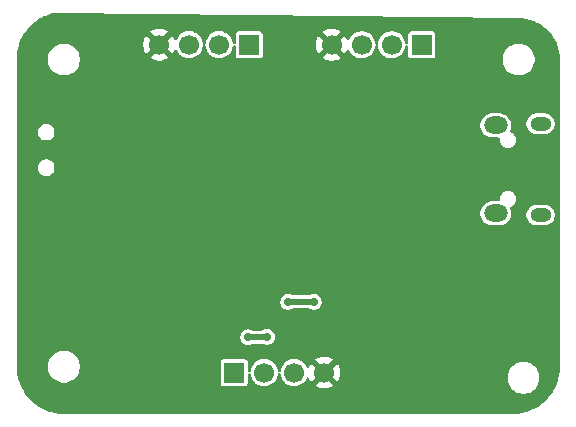
<source format=gbr>
%TF.GenerationSoftware,KiCad,Pcbnew,9.0.1*%
%TF.CreationDate,2025-04-26T12:53:08+02:00*%
%TF.ProjectId,stm32_board,73746d33-325f-4626-9f61-72642e6b6963,rev?*%
%TF.SameCoordinates,Original*%
%TF.FileFunction,Copper,L2,Bot*%
%TF.FilePolarity,Positive*%
%FSLAX46Y46*%
G04 Gerber Fmt 4.6, Leading zero omitted, Abs format (unit mm)*
G04 Created by KiCad (PCBNEW 9.0.1) date 2025-04-26 12:53:08*
%MOMM*%
%LPD*%
G01*
G04 APERTURE LIST*
%TA.AperFunction,HeatsinkPad*%
%ADD10O,1.800000X1.150000*%
%TD*%
%TA.AperFunction,HeatsinkPad*%
%ADD11O,2.000000X1.450000*%
%TD*%
%TA.AperFunction,ComponentPad*%
%ADD12R,1.700000X1.700000*%
%TD*%
%TA.AperFunction,ComponentPad*%
%ADD13C,1.700000*%
%TD*%
%TA.AperFunction,ViaPad*%
%ADD14C,0.750000*%
%TD*%
%TA.AperFunction,ViaPad*%
%ADD15C,0.710000*%
%TD*%
%TA.AperFunction,ViaPad*%
%ADD16C,0.720000*%
%TD*%
%TA.AperFunction,ViaPad*%
%ADD17C,0.730000*%
%TD*%
%TA.AperFunction,Conductor*%
%ADD18C,0.500000*%
%TD*%
G04 APERTURE END LIST*
D10*
%TO.P,USB,6,Shield*%
%TO.N,unconnected-(J1-Shield-Pad6)_2*%
X140850000Y-64675000D03*
D11*
%TO.N,unconnected-(J1-Shield-Pad6)_1*%
X137050000Y-64525000D03*
%TO.N,unconnected-(J1-Shield-Pad6)_3*%
X137050000Y-57075000D03*
D10*
%TO.N,unconnected-(J1-Shield-Pad6)*%
X140850000Y-56925000D03*
%TD*%
D12*
%TO.P,UART,1,Pin_1*%
%TO.N,+3.3V*%
X116190000Y-50240000D03*
D13*
%TO.P,UART,2,Pin_2*%
%TO.N,/USART1_TX*%
X113650000Y-50240000D03*
%TO.P,UART,3,Pin_3*%
%TO.N,/USART1_RX*%
X111110000Y-50240000D03*
%TO.P,UART,4,Pin_4*%
%TO.N,GND*%
X108570000Y-50240000D03*
%TD*%
D12*
%TO.P,I2C,1,Pin_1*%
%TO.N,+3.3V*%
X114920000Y-78000000D03*
D13*
%TO.P,I2C,2,Pin_2*%
%TO.N,/I2C2_SCL*%
X117460000Y-78000000D03*
%TO.P,I2C,3,Pin_3*%
%TO.N,/I2C2_SDA*%
X120000000Y-78000000D03*
%TO.P,I2C,4,Pin_4*%
%TO.N,GND*%
X122540000Y-78000000D03*
%TD*%
D12*
%TO.P,SWD,1,Pin_1*%
%TO.N,+3.3V*%
X130790000Y-50250000D03*
D13*
%TO.P,SWD,2,Pin_2*%
%TO.N,/SWDIO*%
X128250000Y-50250000D03*
%TO.P,SWD,3,Pin_3*%
%TO.N,/SWCLK*%
X125710000Y-50250000D03*
%TO.P,SWD,4,Pin_4*%
%TO.N,GND*%
X123170000Y-50250000D03*
%TD*%
D14*
%TO.N,GND*%
X101360000Y-56040000D03*
D15*
X117540000Y-69010000D03*
D14*
X133760000Y-70430000D03*
X110330000Y-62030000D03*
X141000000Y-68480000D03*
X132240000Y-65020000D03*
X121010000Y-64930000D03*
X109480000Y-58220000D03*
X116500000Y-59250000D03*
X115920000Y-63360000D03*
D16*
X111530000Y-66940000D03*
D14*
X132200000Y-66380000D03*
X125830000Y-59970000D03*
X108580000Y-52430000D03*
X112490000Y-57550000D03*
X132880000Y-70430000D03*
D15*
X105740000Y-63790000D03*
D14*
X135170000Y-58960000D03*
D16*
X111560000Y-70980000D03*
D14*
X123180000Y-52310000D03*
X138410000Y-71050000D03*
D17*
%TO.N,+3.3V*%
X116100000Y-75010000D03*
D15*
X121660000Y-72010000D03*
D17*
X117690000Y-74980000D03*
D15*
X119480000Y-72020000D03*
%TD*%
D18*
%TO.N,+3.3V*%
X117690000Y-74980000D02*
X117660000Y-75010000D01*
X117660000Y-75010000D02*
X116100000Y-75010000D01*
X119490000Y-72010000D02*
X119480000Y-72020000D01*
X121660000Y-72010000D02*
X119490000Y-72010000D01*
%TD*%
%TA.AperFunction,Conductor*%
%TO.N,GND*%
G36*
X116161766Y-47713713D02*
G01*
X116162255Y-47713719D01*
X116162255Y-47713765D01*
X116162453Y-47713722D01*
X138949677Y-47999868D01*
X138998591Y-48000511D01*
X138998692Y-48000542D01*
X139003045Y-48000648D01*
X139306869Y-48015575D01*
X139313634Y-48016096D01*
X139382866Y-48023373D01*
X139387968Y-48024019D01*
X139653508Y-48063409D01*
X139661000Y-48064760D01*
X139723686Y-48078084D01*
X139727890Y-48079056D01*
X139994442Y-48145824D01*
X140002604Y-48148170D01*
X140053306Y-48164644D01*
X140056660Y-48165788D01*
X140326065Y-48262184D01*
X140334686Y-48265639D01*
X140365509Y-48279362D01*
X140368053Y-48280530D01*
X140644156Y-48411117D01*
X140654876Y-48416847D01*
X140783431Y-48493900D01*
X140938988Y-48587137D01*
X140949106Y-48593897D01*
X141215170Y-48791224D01*
X141224576Y-48798944D01*
X141470013Y-49021395D01*
X141478604Y-49029986D01*
X141618001Y-49183787D01*
X141701055Y-49275423D01*
X141708775Y-49284829D01*
X141906102Y-49550893D01*
X141912862Y-49561011D01*
X142083144Y-49845110D01*
X142088881Y-49855842D01*
X142219468Y-50131945D01*
X142220652Y-50134525D01*
X142234349Y-50165288D01*
X142237821Y-50173950D01*
X142334185Y-50443267D01*
X142335365Y-50446725D01*
X142351827Y-50497391D01*
X142354180Y-50505578D01*
X142420926Y-50772042D01*
X142421932Y-50776391D01*
X142435229Y-50838948D01*
X142436597Y-50846535D01*
X142475970Y-51111968D01*
X142476633Y-51117201D01*
X142483896Y-51186305D01*
X142484426Y-51193181D01*
X142499351Y-51496967D01*
X142499500Y-51503052D01*
X142499500Y-77497127D01*
X142499368Y-77502854D01*
X142484224Y-77830385D01*
X142483759Y-77836812D01*
X142476385Y-77911680D01*
X142475793Y-77916657D01*
X142435826Y-78203175D01*
X142434633Y-78210234D01*
X142420963Y-78278960D01*
X142420051Y-78283160D01*
X142352446Y-78570599D01*
X142350401Y-78578204D01*
X142332929Y-78635802D01*
X142331840Y-78639213D01*
X142234653Y-78929180D01*
X142231641Y-78937229D01*
X142215237Y-78976830D01*
X142214111Y-78979461D01*
X142083392Y-79275511D01*
X142079320Y-79283870D01*
X142073909Y-79293995D01*
X142072876Y-79295889D01*
X141903234Y-79600452D01*
X141897205Y-79610190D01*
X141694906Y-79905512D01*
X141688003Y-79914652D01*
X141459328Y-80190035D01*
X141451612Y-80198499D01*
X141198499Y-80451612D01*
X141190035Y-80459328D01*
X140914652Y-80688003D01*
X140905512Y-80694906D01*
X140610190Y-80897205D01*
X140600452Y-80903234D01*
X140295889Y-81072876D01*
X140293995Y-81073909D01*
X140283870Y-81079320D01*
X140275511Y-81083392D01*
X139979461Y-81214111D01*
X139976830Y-81215237D01*
X139937229Y-81231641D01*
X139929180Y-81234653D01*
X139639213Y-81331840D01*
X139635802Y-81332929D01*
X139578204Y-81350401D01*
X139570599Y-81352446D01*
X139283160Y-81420051D01*
X139278960Y-81420963D01*
X139210234Y-81434633D01*
X139203175Y-81435826D01*
X138916657Y-81475793D01*
X138911680Y-81476385D01*
X138836812Y-81483759D01*
X138830385Y-81484224D01*
X138502855Y-81499368D01*
X138497128Y-81499500D01*
X100502872Y-81499500D01*
X100497145Y-81499368D01*
X100169613Y-81484224D01*
X100163186Y-81483759D01*
X100088318Y-81476385D01*
X100083341Y-81475793D01*
X99796823Y-81435826D01*
X99789764Y-81434633D01*
X99721038Y-81420963D01*
X99716838Y-81420051D01*
X99429399Y-81352446D01*
X99421794Y-81350401D01*
X99364196Y-81332929D01*
X99360785Y-81331840D01*
X99070818Y-81234653D01*
X99062779Y-81231644D01*
X99043269Y-81223563D01*
X99023168Y-81215237D01*
X99020537Y-81214111D01*
X98724487Y-81083392D01*
X98716128Y-81079320D01*
X98706003Y-81073909D01*
X98704165Y-81072907D01*
X98399546Y-80903234D01*
X98389809Y-80897205D01*
X98094487Y-80694906D01*
X98085347Y-80688003D01*
X97809964Y-80459328D01*
X97801500Y-80451612D01*
X97548387Y-80198499D01*
X97540671Y-80190035D01*
X97311996Y-79914652D01*
X97305093Y-79905512D01*
X97226308Y-79790500D01*
X97102794Y-79610190D01*
X97096765Y-79600453D01*
X96927049Y-79295757D01*
X96926089Y-79293995D01*
X96920678Y-79283870D01*
X96916606Y-79275511D01*
X96848900Y-79122171D01*
X96785871Y-78979425D01*
X96784784Y-78976884D01*
X96768342Y-78937189D01*
X96765358Y-78929215D01*
X96668132Y-78639134D01*
X96667094Y-78635880D01*
X96649589Y-78578174D01*
X96647560Y-78570629D01*
X96579932Y-78283093D01*
X96579049Y-78279026D01*
X96565360Y-78210207D01*
X96564176Y-78203199D01*
X96524204Y-77916651D01*
X96523613Y-77911680D01*
X96516237Y-77836794D01*
X96515774Y-77830385D01*
X96515120Y-77816243D01*
X96500632Y-77502854D01*
X96500500Y-77497128D01*
X96500500Y-77393713D01*
X99149500Y-77393713D01*
X99149500Y-77606286D01*
X99169187Y-77730589D01*
X99182754Y-77816243D01*
X99242460Y-77999999D01*
X99248444Y-78018414D01*
X99344951Y-78207820D01*
X99469890Y-78379786D01*
X99620213Y-78530109D01*
X99792179Y-78655048D01*
X99792181Y-78655049D01*
X99792184Y-78655051D01*
X99981588Y-78751557D01*
X100183757Y-78817246D01*
X100393713Y-78850500D01*
X100393714Y-78850500D01*
X100606286Y-78850500D01*
X100606287Y-78850500D01*
X100816243Y-78817246D01*
X101018412Y-78751557D01*
X101207816Y-78655051D01*
X101279467Y-78602994D01*
X101379786Y-78530109D01*
X101379788Y-78530106D01*
X101379792Y-78530104D01*
X101530104Y-78379792D01*
X101530106Y-78379788D01*
X101530109Y-78379786D01*
X101655048Y-78207820D01*
X101655047Y-78207820D01*
X101655051Y-78207816D01*
X101751557Y-78018412D01*
X101817246Y-77816243D01*
X101850500Y-77606287D01*
X101850500Y-77393713D01*
X101817246Y-77183757D01*
X101791699Y-77105131D01*
X113769500Y-77105131D01*
X113769500Y-78894856D01*
X113769502Y-78894882D01*
X113772413Y-78919987D01*
X113772415Y-78919991D01*
X113817793Y-79022764D01*
X113817794Y-79022765D01*
X113897235Y-79102206D01*
X114000009Y-79147585D01*
X114025135Y-79150500D01*
X115814864Y-79150499D01*
X115814879Y-79150497D01*
X115814882Y-79150497D01*
X115839987Y-79147586D01*
X115839988Y-79147585D01*
X115839991Y-79147585D01*
X115942765Y-79102206D01*
X116022206Y-79022765D01*
X116067585Y-78919991D01*
X116070500Y-78894865D01*
X116070499Y-78157125D01*
X116090183Y-78090089D01*
X116142987Y-78044334D01*
X116212146Y-78034390D01*
X116275702Y-78063415D01*
X116313476Y-78122193D01*
X116316972Y-78137729D01*
X116337829Y-78269410D01*
X116393787Y-78441636D01*
X116393788Y-78441639D01*
X116438864Y-78530104D01*
X116463357Y-78578174D01*
X116476006Y-78602997D01*
X116582441Y-78749494D01*
X116582445Y-78749499D01*
X116710500Y-78877554D01*
X116710505Y-78877558D01*
X116792581Y-78937189D01*
X116857006Y-78983996D01*
X116933094Y-79022765D01*
X117018360Y-79066211D01*
X117018363Y-79066212D01*
X117104476Y-79094191D01*
X117190591Y-79122171D01*
X117273429Y-79135291D01*
X117369449Y-79150500D01*
X117369454Y-79150500D01*
X117550551Y-79150500D01*
X117637259Y-79136765D01*
X117729409Y-79122171D01*
X117901639Y-79066211D01*
X118062994Y-78983996D01*
X118209501Y-78877553D01*
X118337553Y-78749501D01*
X118443996Y-78602994D01*
X118526211Y-78441639D01*
X118582171Y-78269409D01*
X118596422Y-78179425D01*
X118607527Y-78109321D01*
X118637456Y-78046186D01*
X118696768Y-78009255D01*
X118766630Y-78010253D01*
X118824863Y-78048863D01*
X118852473Y-78109321D01*
X118877829Y-78269410D01*
X118933787Y-78441636D01*
X118933788Y-78441639D01*
X118978864Y-78530104D01*
X119003357Y-78578174D01*
X119016006Y-78602997D01*
X119122441Y-78749494D01*
X119122445Y-78749499D01*
X119250500Y-78877554D01*
X119250505Y-78877558D01*
X119332581Y-78937189D01*
X119397006Y-78983996D01*
X119473094Y-79022765D01*
X119558360Y-79066211D01*
X119558363Y-79066212D01*
X119644476Y-79094191D01*
X119730591Y-79122171D01*
X119813429Y-79135291D01*
X119909449Y-79150500D01*
X119909454Y-79150500D01*
X120090551Y-79150500D01*
X120177259Y-79136765D01*
X120269409Y-79122171D01*
X120441639Y-79066211D01*
X120602994Y-78983996D01*
X120725669Y-78894868D01*
X120749495Y-78877558D01*
X120749497Y-78877555D01*
X120749501Y-78877553D01*
X120877553Y-78749501D01*
X120983996Y-78602994D01*
X121051090Y-78471314D01*
X121099065Y-78420519D01*
X121166886Y-78403724D01*
X121233021Y-78426262D01*
X121276472Y-78480977D01*
X121279506Y-78489292D01*
X121288904Y-78518217D01*
X121385375Y-78707550D01*
X121424728Y-78761716D01*
X122057037Y-78129408D01*
X122074075Y-78192993D01*
X122139901Y-78307007D01*
X122232993Y-78400099D01*
X122347007Y-78465925D01*
X122410590Y-78482962D01*
X121778282Y-79115269D01*
X121778282Y-79115270D01*
X121832449Y-79154624D01*
X122021782Y-79251095D01*
X122223870Y-79316757D01*
X122433754Y-79350000D01*
X122646246Y-79350000D01*
X122856127Y-79316757D01*
X122856130Y-79316757D01*
X123058217Y-79251095D01*
X123247554Y-79154622D01*
X123301716Y-79115270D01*
X123301717Y-79115270D01*
X122669408Y-78482962D01*
X122732993Y-78465925D01*
X122847007Y-78400099D01*
X122940099Y-78307007D01*
X123005925Y-78192993D01*
X123022962Y-78129409D01*
X123655270Y-78761717D01*
X123655270Y-78761716D01*
X123694622Y-78707554D01*
X123791095Y-78518217D01*
X123851043Y-78333713D01*
X138059500Y-78333713D01*
X138059500Y-78546287D01*
X138064555Y-78578204D01*
X138092011Y-78751557D01*
X138092754Y-78756243D01*
X138151560Y-78937229D01*
X138158444Y-78958414D01*
X138254951Y-79147820D01*
X138379890Y-79319786D01*
X138530213Y-79470109D01*
X138702179Y-79595048D01*
X138702181Y-79595049D01*
X138702184Y-79595051D01*
X138891588Y-79691557D01*
X139093757Y-79757246D01*
X139303713Y-79790500D01*
X139303714Y-79790500D01*
X139516286Y-79790500D01*
X139516287Y-79790500D01*
X139726243Y-79757246D01*
X139928412Y-79691557D01*
X140117816Y-79595051D01*
X140139789Y-79579086D01*
X140289786Y-79470109D01*
X140289788Y-79470106D01*
X140289792Y-79470104D01*
X140440104Y-79319792D01*
X140440106Y-79319788D01*
X140440109Y-79319786D01*
X140565048Y-79147820D01*
X140565047Y-79147820D01*
X140565051Y-79147816D01*
X140661557Y-78958412D01*
X140727246Y-78756243D01*
X140760500Y-78546287D01*
X140760500Y-78333713D01*
X140727246Y-78123757D01*
X140661557Y-77921588D01*
X140565051Y-77732184D01*
X140565049Y-77732181D01*
X140565048Y-77732179D01*
X140440109Y-77560213D01*
X140289786Y-77409890D01*
X140117820Y-77284951D01*
X139928414Y-77188444D01*
X139928413Y-77188443D01*
X139928412Y-77188443D01*
X139726243Y-77122754D01*
X139726241Y-77122753D01*
X139726240Y-77122753D01*
X139564957Y-77097208D01*
X139516287Y-77089500D01*
X139303713Y-77089500D01*
X139255042Y-77097208D01*
X139093760Y-77122753D01*
X138891585Y-77188444D01*
X138702179Y-77284951D01*
X138530213Y-77409890D01*
X138379890Y-77560213D01*
X138254951Y-77732179D01*
X138158444Y-77921585D01*
X138092753Y-78123760D01*
X138067507Y-78283160D01*
X138059500Y-78333713D01*
X123851043Y-78333713D01*
X123856756Y-78316131D01*
X123857817Y-78309439D01*
X123857817Y-78309436D01*
X123890000Y-78106246D01*
X123890000Y-77893753D01*
X123856757Y-77683872D01*
X123856757Y-77683869D01*
X123791095Y-77481782D01*
X123694624Y-77292449D01*
X123655270Y-77238282D01*
X123655269Y-77238282D01*
X123022962Y-77870590D01*
X123005925Y-77807007D01*
X122940099Y-77692993D01*
X122847007Y-77599901D01*
X122732993Y-77534075D01*
X122669409Y-77517037D01*
X123301716Y-76884728D01*
X123247550Y-76845375D01*
X123058217Y-76748904D01*
X122856129Y-76683242D01*
X122646246Y-76650000D01*
X122433754Y-76650000D01*
X122223872Y-76683242D01*
X122223869Y-76683242D01*
X122021782Y-76748904D01*
X121832439Y-76845380D01*
X121778282Y-76884727D01*
X121778282Y-76884728D01*
X122410591Y-77517037D01*
X122347007Y-77534075D01*
X122232993Y-77599901D01*
X122139901Y-77692993D01*
X122074075Y-77807007D01*
X122057037Y-77870591D01*
X121424728Y-77238282D01*
X121424727Y-77238282D01*
X121385380Y-77292439D01*
X121288905Y-77481781D01*
X121279506Y-77510708D01*
X121240068Y-77568383D01*
X121175709Y-77595581D01*
X121106862Y-77583666D01*
X121055387Y-77536421D01*
X121051090Y-77528684D01*
X121027191Y-77481781D01*
X120983996Y-77397006D01*
X120970396Y-77378287D01*
X120877558Y-77250505D01*
X120877554Y-77250500D01*
X120749499Y-77122445D01*
X120749494Y-77122441D01*
X120625432Y-77032305D01*
X120602996Y-77016005D01*
X120441639Y-76933788D01*
X120441636Y-76933787D01*
X120269410Y-76877829D01*
X120090551Y-76849500D01*
X120090546Y-76849500D01*
X119909454Y-76849500D01*
X119909449Y-76849500D01*
X119730589Y-76877829D01*
X119558363Y-76933787D01*
X119558360Y-76933788D01*
X119397002Y-77016006D01*
X119250505Y-77122441D01*
X119250500Y-77122445D01*
X119122445Y-77250500D01*
X119122441Y-77250505D01*
X119016006Y-77397002D01*
X118933788Y-77558360D01*
X118933787Y-77558363D01*
X118877829Y-77730589D01*
X118852473Y-77890678D01*
X118822544Y-77953813D01*
X118763232Y-77990744D01*
X118693369Y-77989746D01*
X118635137Y-77951136D01*
X118607527Y-77890678D01*
X118582423Y-77732184D01*
X118582171Y-77730591D01*
X118539708Y-77599901D01*
X118526212Y-77558363D01*
X118526211Y-77558360D01*
X118495011Y-77497128D01*
X118443996Y-77397006D01*
X118430396Y-77378287D01*
X118337558Y-77250505D01*
X118337554Y-77250500D01*
X118209499Y-77122445D01*
X118209494Y-77122441D01*
X118062997Y-77016006D01*
X118062996Y-77016005D01*
X118062994Y-77016004D01*
X118011300Y-76989664D01*
X117901639Y-76933788D01*
X117901636Y-76933787D01*
X117729410Y-76877829D01*
X117550551Y-76849500D01*
X117550546Y-76849500D01*
X117369454Y-76849500D01*
X117369449Y-76849500D01*
X117190589Y-76877829D01*
X117018363Y-76933787D01*
X117018360Y-76933788D01*
X116857002Y-77016006D01*
X116710505Y-77122441D01*
X116710500Y-77122445D01*
X116582445Y-77250500D01*
X116582441Y-77250505D01*
X116476006Y-77397002D01*
X116393788Y-77558360D01*
X116393787Y-77558363D01*
X116337829Y-77730589D01*
X116316972Y-77862271D01*
X116287042Y-77925405D01*
X116227731Y-77962336D01*
X116157868Y-77961338D01*
X116099636Y-77922728D01*
X116071522Y-77858764D01*
X116070499Y-77842872D01*
X116070499Y-77105143D01*
X116070499Y-77105136D01*
X116068686Y-77089500D01*
X116067586Y-77080012D01*
X116067585Y-77080010D01*
X116067585Y-77080009D01*
X116022206Y-76977235D01*
X115942765Y-76897794D01*
X115942763Y-76897793D01*
X115839992Y-76852415D01*
X115814865Y-76849500D01*
X114025143Y-76849500D01*
X114025117Y-76849502D01*
X114000012Y-76852413D01*
X114000008Y-76852415D01*
X113897235Y-76897793D01*
X113817794Y-76977234D01*
X113772415Y-77080006D01*
X113772415Y-77080008D01*
X113769500Y-77105131D01*
X101791699Y-77105131D01*
X101751557Y-76981588D01*
X101655051Y-76792184D01*
X101655049Y-76792181D01*
X101655048Y-76792179D01*
X101530109Y-76620213D01*
X101379786Y-76469890D01*
X101207820Y-76344951D01*
X101018414Y-76248444D01*
X101018413Y-76248443D01*
X101018412Y-76248443D01*
X100816243Y-76182754D01*
X100816241Y-76182753D01*
X100816240Y-76182753D01*
X100654957Y-76157208D01*
X100606287Y-76149500D01*
X100393713Y-76149500D01*
X100345042Y-76157208D01*
X100183760Y-76182753D01*
X99981585Y-76248444D01*
X99792179Y-76344951D01*
X99620213Y-76469890D01*
X99469890Y-76620213D01*
X99344951Y-76792179D01*
X99248444Y-76981585D01*
X99182753Y-77183760D01*
X99149500Y-77393713D01*
X96500500Y-77393713D01*
X96500500Y-75075548D01*
X115434499Y-75075548D01*
X115460073Y-75204113D01*
X115460075Y-75204119D01*
X115510242Y-75325233D01*
X115583070Y-75434229D01*
X115583076Y-75434236D01*
X115675763Y-75526923D01*
X115675770Y-75526929D01*
X115784766Y-75599757D01*
X115784767Y-75599757D01*
X115784768Y-75599758D01*
X115905881Y-75649925D01*
X115905885Y-75649925D01*
X115905886Y-75649926D01*
X116034451Y-75675500D01*
X116034454Y-75675500D01*
X116165548Y-75675500D01*
X116252044Y-75658294D01*
X116294119Y-75649925D01*
X116415232Y-75599758D01*
X116442710Y-75581397D01*
X116509387Y-75560520D01*
X116511601Y-75560500D01*
X117327752Y-75560500D01*
X117375204Y-75569938D01*
X117495881Y-75619925D01*
X117495885Y-75619925D01*
X117495886Y-75619926D01*
X117624451Y-75645500D01*
X117624454Y-75645500D01*
X117755548Y-75645500D01*
X117842044Y-75628294D01*
X117884119Y-75619925D01*
X118005232Y-75569758D01*
X118114231Y-75496928D01*
X118206928Y-75404231D01*
X118279758Y-75295232D01*
X118329925Y-75174119D01*
X118355500Y-75045546D01*
X118355500Y-74914454D01*
X118355500Y-74914451D01*
X118329926Y-74785886D01*
X118329925Y-74785885D01*
X118329925Y-74785881D01*
X118279758Y-74664768D01*
X118206928Y-74555769D01*
X118206923Y-74555763D01*
X118114236Y-74463076D01*
X118114229Y-74463070D01*
X118005233Y-74390242D01*
X117884119Y-74340075D01*
X117884113Y-74340073D01*
X117755548Y-74314500D01*
X117755546Y-74314500D01*
X117624454Y-74314500D01*
X117624452Y-74314500D01*
X117495886Y-74340073D01*
X117495880Y-74340075D01*
X117374769Y-74390241D01*
X117302390Y-74438603D01*
X117235712Y-74459480D01*
X117233500Y-74459500D01*
X116511601Y-74459500D01*
X116444562Y-74439815D01*
X116442711Y-74438603D01*
X116415232Y-74420242D01*
X116415229Y-74420240D01*
X116294119Y-74370075D01*
X116294113Y-74370073D01*
X116165548Y-74344500D01*
X116165546Y-74344500D01*
X116034454Y-74344500D01*
X116034452Y-74344500D01*
X115905886Y-74370073D01*
X115905880Y-74370075D01*
X115784766Y-74420242D01*
X115675770Y-74493070D01*
X115675763Y-74493076D01*
X115583076Y-74585763D01*
X115583070Y-74585770D01*
X115510242Y-74694766D01*
X115460075Y-74815880D01*
X115460073Y-74815886D01*
X115434500Y-74944451D01*
X115434500Y-74944454D01*
X115434500Y-75075546D01*
X115434500Y-75075548D01*
X115434499Y-75075548D01*
X96500500Y-75075548D01*
X96500500Y-71955434D01*
X118824500Y-71955434D01*
X118824500Y-72084565D01*
X118849687Y-72211194D01*
X118849690Y-72211203D01*
X118899100Y-72330491D01*
X118899101Y-72330493D01*
X118970839Y-72437856D01*
X118970842Y-72437860D01*
X119062139Y-72529157D01*
X119062143Y-72529160D01*
X119169504Y-72600897D01*
X119169505Y-72600897D01*
X119169506Y-72600898D01*
X119169508Y-72600899D01*
X119249033Y-72633839D01*
X119288798Y-72650310D01*
X119288800Y-72650310D01*
X119288805Y-72650312D01*
X119415434Y-72675499D01*
X119415438Y-72675500D01*
X119415439Y-72675500D01*
X119544562Y-72675500D01*
X119544563Y-72675499D01*
X119586774Y-72667103D01*
X119671194Y-72650312D01*
X119671197Y-72650310D01*
X119671202Y-72650310D01*
X119790496Y-72600897D01*
X119805459Y-72590899D01*
X119819679Y-72581398D01*
X119886356Y-72560520D01*
X119888570Y-72560500D01*
X121266397Y-72560500D01*
X121333436Y-72580185D01*
X121335254Y-72581375D01*
X121349504Y-72590897D01*
X121349509Y-72590899D01*
X121349508Y-72590899D01*
X121373653Y-72600900D01*
X121468798Y-72640310D01*
X121468800Y-72640310D01*
X121468805Y-72640312D01*
X121595434Y-72665499D01*
X121595438Y-72665500D01*
X121595439Y-72665500D01*
X121724562Y-72665500D01*
X121724563Y-72665499D01*
X121800918Y-72650312D01*
X121851194Y-72640312D01*
X121851197Y-72640310D01*
X121851202Y-72640310D01*
X121970496Y-72590897D01*
X122077857Y-72519160D01*
X122169160Y-72427857D01*
X122240897Y-72320496D01*
X122290310Y-72201202D01*
X122315500Y-72074561D01*
X122315500Y-71945439D01*
X122315274Y-71944307D01*
X122290312Y-71818805D01*
X122290309Y-71818796D01*
X122240899Y-71699508D01*
X122240898Y-71699506D01*
X122169160Y-71592143D01*
X122169157Y-71592139D01*
X122077860Y-71500842D01*
X122077856Y-71500839D01*
X121970493Y-71429101D01*
X121970491Y-71429100D01*
X121851203Y-71379690D01*
X121851194Y-71379687D01*
X121724565Y-71354500D01*
X121724561Y-71354500D01*
X121595439Y-71354500D01*
X121595434Y-71354500D01*
X121468805Y-71379687D01*
X121468796Y-71379690D01*
X121349508Y-71429100D01*
X121349504Y-71429103D01*
X121335285Y-71438603D01*
X121268610Y-71459480D01*
X121266397Y-71459500D01*
X119858637Y-71459500D01*
X119796280Y-71441190D01*
X119795863Y-71441972D01*
X119792108Y-71439964D01*
X119791598Y-71439815D01*
X119790576Y-71439145D01*
X119790491Y-71439100D01*
X119671203Y-71389690D01*
X119671194Y-71389687D01*
X119544565Y-71364500D01*
X119544561Y-71364500D01*
X119415439Y-71364500D01*
X119415434Y-71364500D01*
X119288805Y-71389687D01*
X119288796Y-71389690D01*
X119169508Y-71439100D01*
X119169506Y-71439101D01*
X119062143Y-71510839D01*
X119062139Y-71510842D01*
X118970842Y-71602139D01*
X118970839Y-71602143D01*
X118899101Y-71709506D01*
X118899100Y-71709508D01*
X118849690Y-71828796D01*
X118849687Y-71828805D01*
X118824500Y-71955434D01*
X96500500Y-71955434D01*
X96500500Y-64423992D01*
X135749500Y-64423992D01*
X135749500Y-64626007D01*
X135788907Y-64824119D01*
X135788909Y-64824127D01*
X135866212Y-65010752D01*
X135866217Y-65010762D01*
X135978441Y-65178718D01*
X136121281Y-65321558D01*
X136289237Y-65433782D01*
X136289241Y-65433784D01*
X136289244Y-65433786D01*
X136475873Y-65511091D01*
X136673992Y-65550499D01*
X136673996Y-65550500D01*
X136673997Y-65550500D01*
X137426004Y-65550500D01*
X137426005Y-65550499D01*
X137624127Y-65511091D01*
X137810756Y-65433786D01*
X137978718Y-65321558D01*
X138121558Y-65178718D01*
X138233786Y-65010756D01*
X138311091Y-64824127D01*
X138350500Y-64626003D01*
X138350500Y-64588766D01*
X139649500Y-64588766D01*
X139649500Y-64761233D01*
X139683143Y-64930366D01*
X139683146Y-64930378D01*
X139749138Y-65089698D01*
X139749145Y-65089711D01*
X139844954Y-65233098D01*
X139844957Y-65233102D01*
X139966897Y-65355042D01*
X139966901Y-65355045D01*
X140110288Y-65450854D01*
X140110301Y-65450861D01*
X140255708Y-65511090D01*
X140269626Y-65516855D01*
X140438766Y-65550499D01*
X140438769Y-65550500D01*
X140438771Y-65550500D01*
X141261231Y-65550500D01*
X141261232Y-65550499D01*
X141430374Y-65516855D01*
X141589705Y-65450858D01*
X141733099Y-65355045D01*
X141855045Y-65233099D01*
X141950858Y-65089705D01*
X142016855Y-64930374D01*
X142050500Y-64761229D01*
X142050500Y-64588771D01*
X142050500Y-64588768D01*
X142050499Y-64588766D01*
X142016856Y-64419633D01*
X142016855Y-64419626D01*
X142016853Y-64419621D01*
X141950861Y-64260301D01*
X141950854Y-64260288D01*
X141855045Y-64116901D01*
X141855042Y-64116897D01*
X141733102Y-63994957D01*
X141733098Y-63994954D01*
X141589711Y-63899145D01*
X141589698Y-63899138D01*
X141430378Y-63833146D01*
X141430366Y-63833143D01*
X141261232Y-63799500D01*
X141261229Y-63799500D01*
X140438771Y-63799500D01*
X140438768Y-63799500D01*
X140269633Y-63833143D01*
X140269621Y-63833146D01*
X140110301Y-63899138D01*
X140110288Y-63899145D01*
X139966901Y-63994954D01*
X139966897Y-63994957D01*
X139844957Y-64116897D01*
X139844954Y-64116901D01*
X139749145Y-64260288D01*
X139749138Y-64260301D01*
X139683146Y-64419621D01*
X139683143Y-64419633D01*
X139649500Y-64588766D01*
X138350500Y-64588766D01*
X138350500Y-64423997D01*
X138311091Y-64225873D01*
X138268354Y-64122697D01*
X138260885Y-64053227D01*
X138292160Y-63990748D01*
X138335457Y-63960685D01*
X138431811Y-63920775D01*
X138546542Y-63844114D01*
X138644114Y-63746542D01*
X138720775Y-63631811D01*
X138727236Y-63616214D01*
X138773578Y-63504332D01*
X138773580Y-63504328D01*
X138787975Y-63431959D01*
X138800500Y-63368995D01*
X138800500Y-63231004D01*
X138773581Y-63095677D01*
X138773580Y-63095676D01*
X138773580Y-63095672D01*
X138773578Y-63095667D01*
X138720778Y-62968195D01*
X138720771Y-62968182D01*
X138644114Y-62853458D01*
X138644111Y-62853454D01*
X138546545Y-62755888D01*
X138546541Y-62755885D01*
X138431817Y-62679228D01*
X138431804Y-62679221D01*
X138304332Y-62626421D01*
X138304322Y-62626418D01*
X138168995Y-62599500D01*
X138168993Y-62599500D01*
X138031007Y-62599500D01*
X138031005Y-62599500D01*
X137895677Y-62626418D01*
X137895667Y-62626421D01*
X137768195Y-62679221D01*
X137768182Y-62679228D01*
X137653458Y-62755885D01*
X137653454Y-62755888D01*
X137555888Y-62853454D01*
X137555885Y-62853458D01*
X137479228Y-62968182D01*
X137479221Y-62968195D01*
X137426421Y-63095667D01*
X137426418Y-63095677D01*
X137399500Y-63231004D01*
X137399500Y-63375085D01*
X137396710Y-63375085D01*
X137385942Y-63431959D01*
X137337892Y-63482683D01*
X137275541Y-63499500D01*
X136673992Y-63499500D01*
X136475880Y-63538907D01*
X136475872Y-63538909D01*
X136289247Y-63616212D01*
X136289237Y-63616217D01*
X136121281Y-63728441D01*
X135978441Y-63871281D01*
X135866217Y-64039237D01*
X135866212Y-64039247D01*
X135788909Y-64225872D01*
X135788907Y-64225880D01*
X135749500Y-64423992D01*
X96500500Y-64423992D01*
X96500500Y-60718995D01*
X98299499Y-60718995D01*
X98326418Y-60854322D01*
X98326421Y-60854332D01*
X98379221Y-60981804D01*
X98379228Y-60981817D01*
X98455885Y-61096541D01*
X98455888Y-61096545D01*
X98553454Y-61194111D01*
X98553458Y-61194114D01*
X98668182Y-61270771D01*
X98668195Y-61270778D01*
X98795667Y-61323578D01*
X98795672Y-61323580D01*
X98795676Y-61323580D01*
X98795677Y-61323581D01*
X98931004Y-61350500D01*
X98931007Y-61350500D01*
X99068995Y-61350500D01*
X99160041Y-61332389D01*
X99204328Y-61323580D01*
X99331811Y-61270775D01*
X99446542Y-61194114D01*
X99544114Y-61096542D01*
X99620775Y-60981811D01*
X99673580Y-60854328D01*
X99700500Y-60718993D01*
X99700500Y-60581007D01*
X99700500Y-60581004D01*
X99673581Y-60445677D01*
X99673580Y-60445676D01*
X99673580Y-60445672D01*
X99673578Y-60445667D01*
X99620778Y-60318195D01*
X99620771Y-60318182D01*
X99544114Y-60203458D01*
X99544111Y-60203454D01*
X99446545Y-60105888D01*
X99446541Y-60105885D01*
X99331817Y-60029228D01*
X99331804Y-60029221D01*
X99204332Y-59976421D01*
X99204322Y-59976418D01*
X99068995Y-59949500D01*
X99068993Y-59949500D01*
X98931007Y-59949500D01*
X98931005Y-59949500D01*
X98795677Y-59976418D01*
X98795667Y-59976421D01*
X98668195Y-60029221D01*
X98668182Y-60029228D01*
X98553458Y-60105885D01*
X98553454Y-60105888D01*
X98455888Y-60203454D01*
X98455885Y-60203458D01*
X98379228Y-60318182D01*
X98379221Y-60318195D01*
X98326421Y-60445667D01*
X98326418Y-60445677D01*
X98299500Y-60581004D01*
X98299500Y-60581007D01*
X98299500Y-60718993D01*
X98299500Y-60718995D01*
X98299499Y-60718995D01*
X96500500Y-60718995D01*
X96500500Y-57718995D01*
X98299499Y-57718995D01*
X98326418Y-57854322D01*
X98326421Y-57854332D01*
X98379221Y-57981804D01*
X98379228Y-57981817D01*
X98455885Y-58096541D01*
X98455888Y-58096545D01*
X98553454Y-58194111D01*
X98553458Y-58194114D01*
X98668182Y-58270771D01*
X98668195Y-58270778D01*
X98795667Y-58323578D01*
X98795672Y-58323580D01*
X98795676Y-58323580D01*
X98795677Y-58323581D01*
X98931004Y-58350500D01*
X98931007Y-58350500D01*
X99068995Y-58350500D01*
X99160041Y-58332389D01*
X99204328Y-58323580D01*
X99331811Y-58270775D01*
X99446542Y-58194114D01*
X99544114Y-58096542D01*
X99620775Y-57981811D01*
X99673580Y-57854328D01*
X99684287Y-57800499D01*
X99700500Y-57718995D01*
X99700500Y-57581004D01*
X99673581Y-57445677D01*
X99673580Y-57445676D01*
X99673580Y-57445672D01*
X99673578Y-57445667D01*
X99620778Y-57318195D01*
X99620771Y-57318182D01*
X99544114Y-57203458D01*
X99544111Y-57203454D01*
X99446545Y-57105888D01*
X99446541Y-57105885D01*
X99394343Y-57071007D01*
X99331817Y-57029228D01*
X99331804Y-57029221D01*
X99204332Y-56976421D01*
X99204322Y-56976418D01*
X99192126Y-56973992D01*
X135749500Y-56973992D01*
X135749500Y-57176007D01*
X135788907Y-57374119D01*
X135788909Y-57374127D01*
X135866212Y-57560752D01*
X135866217Y-57560762D01*
X135978441Y-57728718D01*
X136121281Y-57871558D01*
X136289237Y-57983782D01*
X136289241Y-57983784D01*
X136289244Y-57983786D01*
X136475873Y-58061091D01*
X136649700Y-58095667D01*
X136673992Y-58100499D01*
X136673996Y-58100500D01*
X136673997Y-58100500D01*
X137275541Y-58100500D01*
X137342580Y-58120185D01*
X137388335Y-58172989D01*
X137396980Y-58224915D01*
X137399500Y-58224915D01*
X137399500Y-58231007D01*
X137399500Y-58368993D01*
X137399500Y-58368995D01*
X137399499Y-58368995D01*
X137426418Y-58504322D01*
X137426421Y-58504332D01*
X137479221Y-58631804D01*
X137479228Y-58631817D01*
X137555885Y-58746541D01*
X137555888Y-58746545D01*
X137653454Y-58844111D01*
X137653458Y-58844114D01*
X137768182Y-58920771D01*
X137768195Y-58920778D01*
X137895667Y-58973578D01*
X137895672Y-58973580D01*
X137895676Y-58973580D01*
X137895677Y-58973581D01*
X138031004Y-59000500D01*
X138031007Y-59000500D01*
X138168995Y-59000500D01*
X138260041Y-58982389D01*
X138304328Y-58973580D01*
X138431811Y-58920775D01*
X138546542Y-58844114D01*
X138644114Y-58746542D01*
X138720775Y-58631811D01*
X138773580Y-58504328D01*
X138800500Y-58368993D01*
X138800500Y-58231007D01*
X138800500Y-58231004D01*
X138773581Y-58095677D01*
X138773580Y-58095676D01*
X138773580Y-58095672D01*
X138727236Y-57983787D01*
X138720778Y-57968195D01*
X138720771Y-57968182D01*
X138644114Y-57853458D01*
X138644111Y-57853454D01*
X138546545Y-57755888D01*
X138546541Y-57755885D01*
X138431817Y-57679228D01*
X138431804Y-57679221D01*
X138335462Y-57639316D01*
X138281058Y-57595476D01*
X138258993Y-57529182D01*
X138268351Y-57477307D01*
X138311091Y-57374127D01*
X138350500Y-57176003D01*
X138350500Y-56973997D01*
X138345627Y-56949500D01*
X138327203Y-56856870D01*
X138323602Y-56838766D01*
X139649500Y-56838766D01*
X139649500Y-57011233D01*
X139683143Y-57180366D01*
X139683146Y-57180378D01*
X139749138Y-57339698D01*
X139749145Y-57339711D01*
X139844954Y-57483098D01*
X139844957Y-57483102D01*
X139966897Y-57605042D01*
X139966901Y-57605045D01*
X140110288Y-57700854D01*
X140110301Y-57700861D01*
X140243142Y-57755885D01*
X140269626Y-57766855D01*
X140438766Y-57800499D01*
X140438769Y-57800500D01*
X140438771Y-57800500D01*
X141261231Y-57800500D01*
X141261232Y-57800499D01*
X141430374Y-57766855D01*
X141589705Y-57700858D01*
X141733099Y-57605045D01*
X141855045Y-57483099D01*
X141950858Y-57339705D01*
X142016855Y-57180374D01*
X142050500Y-57011229D01*
X142050500Y-56838771D01*
X142050500Y-56838768D01*
X142050499Y-56838766D01*
X142037989Y-56775873D01*
X142016855Y-56669626D01*
X141983557Y-56589237D01*
X141950861Y-56510301D01*
X141950854Y-56510288D01*
X141855045Y-56366901D01*
X141855042Y-56366897D01*
X141733102Y-56244957D01*
X141733098Y-56244954D01*
X141589711Y-56149145D01*
X141589698Y-56149138D01*
X141430378Y-56083146D01*
X141430366Y-56083143D01*
X141261232Y-56049500D01*
X141261229Y-56049500D01*
X140438771Y-56049500D01*
X140438768Y-56049500D01*
X140269633Y-56083143D01*
X140269621Y-56083146D01*
X140110301Y-56149138D01*
X140110288Y-56149145D01*
X139966901Y-56244954D01*
X139966897Y-56244957D01*
X139844957Y-56366897D01*
X139844954Y-56366901D01*
X139749145Y-56510288D01*
X139749138Y-56510301D01*
X139683146Y-56669621D01*
X139683143Y-56669633D01*
X139649500Y-56838766D01*
X138323602Y-56838766D01*
X138311092Y-56775880D01*
X138311091Y-56775873D01*
X138233786Y-56589244D01*
X138233784Y-56589241D01*
X138233782Y-56589237D01*
X138121558Y-56421281D01*
X137978718Y-56278441D01*
X137810762Y-56166217D01*
X137810752Y-56166212D01*
X137624127Y-56088909D01*
X137624119Y-56088907D01*
X137426007Y-56049500D01*
X137426003Y-56049500D01*
X136673997Y-56049500D01*
X136673992Y-56049500D01*
X136475880Y-56088907D01*
X136475872Y-56088909D01*
X136289247Y-56166212D01*
X136289237Y-56166217D01*
X136121281Y-56278441D01*
X135978441Y-56421281D01*
X135866217Y-56589237D01*
X135866212Y-56589247D01*
X135788909Y-56775872D01*
X135788907Y-56775880D01*
X135749500Y-56973992D01*
X99192126Y-56973992D01*
X99068995Y-56949500D01*
X99068993Y-56949500D01*
X98931007Y-56949500D01*
X98931005Y-56949500D01*
X98795677Y-56976418D01*
X98795667Y-56976421D01*
X98668195Y-57029221D01*
X98668182Y-57029228D01*
X98553458Y-57105885D01*
X98553454Y-57105888D01*
X98455888Y-57203454D01*
X98455885Y-57203458D01*
X98379228Y-57318182D01*
X98379221Y-57318195D01*
X98326421Y-57445667D01*
X98326418Y-57445677D01*
X98299500Y-57581004D01*
X98299500Y-57581007D01*
X98299500Y-57718993D01*
X98299500Y-57718995D01*
X98299499Y-57718995D01*
X96500500Y-57718995D01*
X96500500Y-51393713D01*
X99149500Y-51393713D01*
X99149500Y-51606286D01*
X99182753Y-51816239D01*
X99248444Y-52018414D01*
X99344951Y-52207820D01*
X99469890Y-52379786D01*
X99620213Y-52530109D01*
X99792179Y-52655048D01*
X99792181Y-52655049D01*
X99792184Y-52655051D01*
X99981588Y-52751557D01*
X100183757Y-52817246D01*
X100393713Y-52850500D01*
X100393714Y-52850500D01*
X100606286Y-52850500D01*
X100606287Y-52850500D01*
X100816243Y-52817246D01*
X101018412Y-52751557D01*
X101207816Y-52655051D01*
X101229789Y-52639086D01*
X101379786Y-52530109D01*
X101379788Y-52530106D01*
X101379792Y-52530104D01*
X101530104Y-52379792D01*
X101530106Y-52379788D01*
X101530109Y-52379786D01*
X101655048Y-52207820D01*
X101655047Y-52207820D01*
X101655051Y-52207816D01*
X101751557Y-52018412D01*
X101817246Y-51816243D01*
X101850500Y-51606287D01*
X101850500Y-51393713D01*
X101817246Y-51183757D01*
X101751557Y-50981588D01*
X101655051Y-50792184D01*
X101655049Y-50792181D01*
X101655048Y-50792179D01*
X101530109Y-50620213D01*
X101379786Y-50469890D01*
X101207820Y-50344951D01*
X101018413Y-50248443D01*
X101013392Y-50246812D01*
X100816243Y-50182754D01*
X100816241Y-50182753D01*
X100816240Y-50182753D01*
X100654957Y-50157208D01*
X100606287Y-50149500D01*
X100393713Y-50149500D01*
X100345042Y-50157208D01*
X100183760Y-50182753D01*
X100157960Y-50191136D01*
X100008355Y-50239746D01*
X99981585Y-50248444D01*
X99792179Y-50344951D01*
X99620213Y-50469890D01*
X99469890Y-50620213D01*
X99344951Y-50792179D01*
X99248444Y-50981585D01*
X99182753Y-51183760D01*
X99149500Y-51393713D01*
X96500500Y-51393713D01*
X96500500Y-51010670D01*
X96502307Y-50989576D01*
X96502321Y-50989494D01*
X96557842Y-50667877D01*
X96559149Y-50661361D01*
X96560736Y-50654419D01*
X96576304Y-50586305D01*
X96577455Y-50581690D01*
X96654671Y-50296174D01*
X96656836Y-50289043D01*
X96678814Y-50223826D01*
X96680095Y-50220218D01*
X96712375Y-50133753D01*
X107220000Y-50133753D01*
X107220000Y-50346246D01*
X107253242Y-50556127D01*
X107253242Y-50556130D01*
X107318904Y-50758217D01*
X107415375Y-50947550D01*
X107454728Y-51001716D01*
X108087037Y-50369408D01*
X108104075Y-50432993D01*
X108169901Y-50547007D01*
X108262993Y-50640099D01*
X108377007Y-50705925D01*
X108440590Y-50722962D01*
X107808282Y-51355269D01*
X107808282Y-51355270D01*
X107862449Y-51394624D01*
X108051782Y-51491095D01*
X108253870Y-51556757D01*
X108463754Y-51590000D01*
X108676246Y-51590000D01*
X108886127Y-51556757D01*
X108886130Y-51556757D01*
X109088217Y-51491095D01*
X109277554Y-51394622D01*
X109331716Y-51355270D01*
X109331717Y-51355270D01*
X108699408Y-50722962D01*
X108762993Y-50705925D01*
X108877007Y-50640099D01*
X108970099Y-50547007D01*
X109035925Y-50432993D01*
X109052962Y-50369409D01*
X109685270Y-51001717D01*
X109685270Y-51001716D01*
X109724622Y-50947554D01*
X109821095Y-50758217D01*
X109830492Y-50729295D01*
X109869928Y-50671618D01*
X109934286Y-50644419D01*
X110003133Y-50656331D01*
X110054610Y-50703574D01*
X110058908Y-50711314D01*
X110126004Y-50842995D01*
X110232441Y-50989494D01*
X110232445Y-50989499D01*
X110360500Y-51117554D01*
X110360505Y-51117558D01*
X110488287Y-51210396D01*
X110507006Y-51223996D01*
X110583094Y-51262765D01*
X110668360Y-51306211D01*
X110668363Y-51306212D01*
X110699138Y-51316211D01*
X110840591Y-51362171D01*
X110923429Y-51375291D01*
X111019449Y-51390500D01*
X111019454Y-51390500D01*
X111200551Y-51390500D01*
X111287259Y-51376765D01*
X111379409Y-51362171D01*
X111551639Y-51306211D01*
X111712994Y-51223996D01*
X111859501Y-51117553D01*
X111987553Y-50989501D01*
X112093996Y-50842994D01*
X112176211Y-50681639D01*
X112232171Y-50509409D01*
X112256430Y-50356246D01*
X112257527Y-50349321D01*
X112287456Y-50286186D01*
X112346768Y-50249255D01*
X112416630Y-50250253D01*
X112474863Y-50288863D01*
X112502473Y-50349321D01*
X112527829Y-50509410D01*
X112583787Y-50681636D01*
X112583788Y-50681639D01*
X112627903Y-50768217D01*
X112663942Y-50838948D01*
X112666006Y-50842997D01*
X112772441Y-50989494D01*
X112772445Y-50989499D01*
X112900500Y-51117554D01*
X112900505Y-51117558D01*
X113028287Y-51210396D01*
X113047006Y-51223996D01*
X113123094Y-51262765D01*
X113208360Y-51306211D01*
X113208363Y-51306212D01*
X113239138Y-51316211D01*
X113380591Y-51362171D01*
X113463429Y-51375291D01*
X113559449Y-51390500D01*
X113559454Y-51390500D01*
X113740551Y-51390500D01*
X113827259Y-51376765D01*
X113919409Y-51362171D01*
X114091639Y-51306211D01*
X114252994Y-51223996D01*
X114399501Y-51117553D01*
X114527553Y-50989501D01*
X114633996Y-50842994D01*
X114716211Y-50681639D01*
X114772171Y-50509409D01*
X114793027Y-50377729D01*
X114822956Y-50314595D01*
X114882267Y-50277663D01*
X114952130Y-50278661D01*
X115010363Y-50317271D01*
X115038477Y-50381234D01*
X115039500Y-50397127D01*
X115039500Y-51134856D01*
X115039502Y-51134882D01*
X115042413Y-51159987D01*
X115042415Y-51159991D01*
X115087793Y-51262764D01*
X115087794Y-51262765D01*
X115167235Y-51342206D01*
X115270009Y-51387585D01*
X115295135Y-51390500D01*
X117084864Y-51390499D01*
X117084879Y-51390497D01*
X117084882Y-51390497D01*
X117109987Y-51387586D01*
X117109988Y-51387585D01*
X117109991Y-51387585D01*
X117212765Y-51342206D01*
X117292206Y-51262765D01*
X117337585Y-51159991D01*
X117340500Y-51134865D01*
X117340499Y-50143753D01*
X121820000Y-50143753D01*
X121820000Y-50356246D01*
X121853242Y-50566127D01*
X121853242Y-50566130D01*
X121918904Y-50768217D01*
X122015375Y-50957550D01*
X122054728Y-51011716D01*
X122687037Y-50379408D01*
X122704075Y-50442993D01*
X122769901Y-50557007D01*
X122862993Y-50650099D01*
X122977007Y-50715925D01*
X123040590Y-50732962D01*
X122408282Y-51365269D01*
X122408282Y-51365270D01*
X122462449Y-51404624D01*
X122651782Y-51501095D01*
X122853870Y-51566757D01*
X123063754Y-51600000D01*
X123276246Y-51600000D01*
X123486127Y-51566757D01*
X123486130Y-51566757D01*
X123688217Y-51501095D01*
X123877554Y-51404622D01*
X123931716Y-51365270D01*
X123931717Y-51365270D01*
X123299408Y-50732962D01*
X123362993Y-50715925D01*
X123477007Y-50650099D01*
X123570099Y-50557007D01*
X123635925Y-50442993D01*
X123652962Y-50379409D01*
X124285270Y-51011717D01*
X124285270Y-51011716D01*
X124324622Y-50957554D01*
X124421095Y-50768217D01*
X124430492Y-50739295D01*
X124469928Y-50681618D01*
X124534286Y-50654419D01*
X124603133Y-50666331D01*
X124654610Y-50713574D01*
X124658908Y-50721314D01*
X124726004Y-50852995D01*
X124832441Y-50999494D01*
X124832445Y-50999499D01*
X124960500Y-51127554D01*
X124960505Y-51127558D01*
X125088287Y-51220396D01*
X125107006Y-51233996D01*
X125183094Y-51272765D01*
X125268360Y-51316211D01*
X125268363Y-51316212D01*
X125348364Y-51342205D01*
X125440591Y-51372171D01*
X125523429Y-51385291D01*
X125619449Y-51400500D01*
X125619454Y-51400500D01*
X125800551Y-51400500D01*
X125887259Y-51386765D01*
X125979409Y-51372171D01*
X126151639Y-51316211D01*
X126312994Y-51233996D01*
X126459501Y-51127553D01*
X126587553Y-50999501D01*
X126693996Y-50852994D01*
X126776211Y-50691639D01*
X126832171Y-50519409D01*
X126849955Y-50407127D01*
X126857527Y-50359321D01*
X126887456Y-50296186D01*
X126946768Y-50259255D01*
X127016630Y-50260253D01*
X127074863Y-50298863D01*
X127102473Y-50359321D01*
X127127829Y-50519410D01*
X127183787Y-50691636D01*
X127183788Y-50691639D01*
X127239664Y-50801300D01*
X127260910Y-50842997D01*
X127266006Y-50852997D01*
X127372441Y-50999494D01*
X127372445Y-50999499D01*
X127500500Y-51127554D01*
X127500505Y-51127558D01*
X127628287Y-51220396D01*
X127647006Y-51233996D01*
X127723094Y-51272765D01*
X127808360Y-51316211D01*
X127808363Y-51316212D01*
X127888364Y-51342205D01*
X127980591Y-51372171D01*
X128063429Y-51385291D01*
X128159449Y-51400500D01*
X128159454Y-51400500D01*
X128340551Y-51400500D01*
X128427259Y-51386765D01*
X128519409Y-51372171D01*
X128691639Y-51316211D01*
X128852994Y-51233996D01*
X128999501Y-51127553D01*
X129127553Y-50999501D01*
X129233996Y-50852994D01*
X129316211Y-50691639D01*
X129372171Y-50519409D01*
X129393027Y-50387729D01*
X129422956Y-50324595D01*
X129482267Y-50287663D01*
X129552130Y-50288661D01*
X129610363Y-50327271D01*
X129638477Y-50391234D01*
X129639500Y-50407127D01*
X129639500Y-51144856D01*
X129639502Y-51144882D01*
X129642413Y-51169987D01*
X129642415Y-51169991D01*
X129687793Y-51272764D01*
X129687794Y-51272765D01*
X129767235Y-51352206D01*
X129870009Y-51397585D01*
X129895135Y-51400500D01*
X131684864Y-51400499D01*
X131684879Y-51400497D01*
X131684882Y-51400497D01*
X131709987Y-51397586D01*
X131709988Y-51397585D01*
X131709991Y-51397585D01*
X131718760Y-51393713D01*
X137649500Y-51393713D01*
X137649500Y-51606286D01*
X137682753Y-51816239D01*
X137748444Y-52018414D01*
X137844951Y-52207820D01*
X137969890Y-52379786D01*
X138120213Y-52530109D01*
X138292179Y-52655048D01*
X138292181Y-52655049D01*
X138292184Y-52655051D01*
X138481588Y-52751557D01*
X138683757Y-52817246D01*
X138893713Y-52850500D01*
X138893714Y-52850500D01*
X139106286Y-52850500D01*
X139106287Y-52850500D01*
X139316243Y-52817246D01*
X139518412Y-52751557D01*
X139707816Y-52655051D01*
X139729789Y-52639086D01*
X139879786Y-52530109D01*
X139879788Y-52530106D01*
X139879792Y-52530104D01*
X140030104Y-52379792D01*
X140030106Y-52379788D01*
X140030109Y-52379786D01*
X140155048Y-52207820D01*
X140155047Y-52207820D01*
X140155051Y-52207816D01*
X140251557Y-52018412D01*
X140317246Y-51816243D01*
X140350500Y-51606287D01*
X140350500Y-51393713D01*
X140317246Y-51183757D01*
X140251557Y-50981588D01*
X140155051Y-50792184D01*
X140155049Y-50792181D01*
X140155048Y-50792179D01*
X140030109Y-50620213D01*
X139879786Y-50469890D01*
X139707820Y-50344951D01*
X139518414Y-50248444D01*
X139518413Y-50248443D01*
X139518412Y-50248443D01*
X139316243Y-50182754D01*
X139316241Y-50182753D01*
X139316240Y-50182753D01*
X139154957Y-50157208D01*
X139106287Y-50149500D01*
X138893713Y-50149500D01*
X138845042Y-50157208D01*
X138683760Y-50182753D01*
X138657960Y-50191136D01*
X138508355Y-50239746D01*
X138481585Y-50248444D01*
X138292179Y-50344951D01*
X138120213Y-50469890D01*
X137969890Y-50620213D01*
X137844951Y-50792179D01*
X137748444Y-50981585D01*
X137682753Y-51183760D01*
X137649500Y-51393713D01*
X131718760Y-51393713D01*
X131812765Y-51352206D01*
X131892206Y-51272765D01*
X131937585Y-51169991D01*
X131940500Y-51144865D01*
X131940499Y-49355136D01*
X131939340Y-49345143D01*
X131937586Y-49330012D01*
X131937585Y-49330010D01*
X131937585Y-49330009D01*
X131892206Y-49227235D01*
X131812765Y-49147794D01*
X131790115Y-49137793D01*
X131709992Y-49102415D01*
X131684865Y-49099500D01*
X129895143Y-49099500D01*
X129895117Y-49099502D01*
X129870012Y-49102413D01*
X129870008Y-49102415D01*
X129767235Y-49147793D01*
X129687794Y-49227234D01*
X129642415Y-49330006D01*
X129642415Y-49330008D01*
X129639500Y-49355131D01*
X129639500Y-50092871D01*
X129619815Y-50159910D01*
X129567011Y-50205665D01*
X129497853Y-50215609D01*
X129434297Y-50186584D01*
X129396523Y-50127806D01*
X129393027Y-50112269D01*
X129382690Y-50047007D01*
X129372171Y-49980591D01*
X129316211Y-49808361D01*
X129316211Y-49808360D01*
X129277191Y-49731780D01*
X129233996Y-49647006D01*
X129183772Y-49577878D01*
X129127558Y-49500505D01*
X129127554Y-49500500D01*
X128999499Y-49372445D01*
X128999494Y-49372441D01*
X128852997Y-49266006D01*
X128852996Y-49266005D01*
X128852994Y-49266004D01*
X128776906Y-49227235D01*
X128691639Y-49183788D01*
X128691636Y-49183787D01*
X128519410Y-49127829D01*
X128340551Y-49099500D01*
X128340546Y-49099500D01*
X128159454Y-49099500D01*
X128159449Y-49099500D01*
X127980589Y-49127829D01*
X127808363Y-49183787D01*
X127808360Y-49183788D01*
X127647002Y-49266006D01*
X127500505Y-49372441D01*
X127500500Y-49372445D01*
X127372445Y-49500500D01*
X127372441Y-49500505D01*
X127266006Y-49647002D01*
X127183788Y-49808360D01*
X127183787Y-49808363D01*
X127127829Y-49980589D01*
X127102473Y-50140678D01*
X127072544Y-50203813D01*
X127013232Y-50240744D01*
X126943369Y-50239746D01*
X126885137Y-50201136D01*
X126857527Y-50140678D01*
X126842690Y-50047007D01*
X126832171Y-49980591D01*
X126776211Y-49808361D01*
X126776211Y-49808360D01*
X126737191Y-49731780D01*
X126693996Y-49647006D01*
X126643772Y-49577878D01*
X126587558Y-49500505D01*
X126587554Y-49500500D01*
X126459499Y-49372445D01*
X126459494Y-49372441D01*
X126312997Y-49266006D01*
X126312996Y-49266005D01*
X126312994Y-49266004D01*
X126236906Y-49227235D01*
X126151639Y-49183788D01*
X126151636Y-49183787D01*
X125979410Y-49127829D01*
X125800551Y-49099500D01*
X125800546Y-49099500D01*
X125619454Y-49099500D01*
X125619449Y-49099500D01*
X125440589Y-49127829D01*
X125268363Y-49183787D01*
X125268360Y-49183788D01*
X125107002Y-49266006D01*
X124960505Y-49372441D01*
X124960500Y-49372445D01*
X124832445Y-49500500D01*
X124832441Y-49500505D01*
X124726004Y-49647004D01*
X124658908Y-49778685D01*
X124610933Y-49829480D01*
X124543112Y-49846275D01*
X124476977Y-49823737D01*
X124433527Y-49769021D01*
X124430492Y-49760705D01*
X124421094Y-49731780D01*
X124324624Y-49542449D01*
X124285270Y-49488282D01*
X124285269Y-49488282D01*
X123652962Y-50120590D01*
X123635925Y-50057007D01*
X123570099Y-49942993D01*
X123477007Y-49849901D01*
X123362993Y-49784075D01*
X123299409Y-49767037D01*
X123931716Y-49134728D01*
X123877550Y-49095375D01*
X123688217Y-48998904D01*
X123486129Y-48933242D01*
X123276246Y-48900000D01*
X123063754Y-48900000D01*
X122853872Y-48933242D01*
X122853869Y-48933242D01*
X122651782Y-48998904D01*
X122462439Y-49095380D01*
X122408282Y-49134727D01*
X122408282Y-49134728D01*
X123040591Y-49767037D01*
X122977007Y-49784075D01*
X122862993Y-49849901D01*
X122769901Y-49942993D01*
X122704075Y-50057007D01*
X122687037Y-50120591D01*
X122054728Y-49488282D01*
X122054727Y-49488282D01*
X122015380Y-49542439D01*
X121918904Y-49731782D01*
X121853242Y-49933869D01*
X121853242Y-49933872D01*
X121820000Y-50143753D01*
X117340499Y-50143753D01*
X117340499Y-49345136D01*
X117338745Y-49330008D01*
X117337586Y-49320013D01*
X117337585Y-49320011D01*
X117337585Y-49320009D01*
X117292206Y-49217235D01*
X117212765Y-49137794D01*
X117205819Y-49134727D01*
X117109992Y-49092415D01*
X117084865Y-49089500D01*
X115295143Y-49089500D01*
X115295117Y-49089502D01*
X115270012Y-49092413D01*
X115270008Y-49092415D01*
X115167235Y-49137793D01*
X115087794Y-49217234D01*
X115042415Y-49320006D01*
X115042415Y-49320008D01*
X115039500Y-49345131D01*
X115039500Y-50082871D01*
X115019815Y-50149910D01*
X114967011Y-50195665D01*
X114897853Y-50205609D01*
X114834297Y-50176584D01*
X114796523Y-50117806D01*
X114793027Y-50102269D01*
X114784274Y-50047007D01*
X114772171Y-49970591D01*
X114741669Y-49876714D01*
X114716212Y-49798363D01*
X114716211Y-49798360D01*
X114677191Y-49721780D01*
X114633996Y-49637006D01*
X114565297Y-49542449D01*
X114527558Y-49490505D01*
X114527554Y-49490500D01*
X114399499Y-49362445D01*
X114399494Y-49362441D01*
X114252997Y-49256006D01*
X114252996Y-49256005D01*
X114252994Y-49256004D01*
X114176906Y-49217235D01*
X114091639Y-49173788D01*
X114091636Y-49173787D01*
X113919410Y-49117829D01*
X113740551Y-49089500D01*
X113740546Y-49089500D01*
X113559454Y-49089500D01*
X113559449Y-49089500D01*
X113380589Y-49117829D01*
X113208363Y-49173787D01*
X113208360Y-49173788D01*
X113047002Y-49256006D01*
X112900505Y-49362441D01*
X112900500Y-49362445D01*
X112772445Y-49490500D01*
X112772441Y-49490505D01*
X112666006Y-49637002D01*
X112583788Y-49798360D01*
X112583787Y-49798363D01*
X112527829Y-49970589D01*
X112502473Y-50130678D01*
X112472544Y-50193813D01*
X112413232Y-50230744D01*
X112343369Y-50229746D01*
X112285137Y-50191136D01*
X112257527Y-50130678D01*
X112243740Y-50043639D01*
X112232171Y-49970591D01*
X112201669Y-49876714D01*
X112176212Y-49798363D01*
X112176211Y-49798360D01*
X112137191Y-49721780D01*
X112093996Y-49637006D01*
X112025297Y-49542449D01*
X111987558Y-49490505D01*
X111987554Y-49490500D01*
X111859499Y-49362445D01*
X111859494Y-49362441D01*
X111712997Y-49256006D01*
X111712996Y-49256005D01*
X111712994Y-49256004D01*
X111636906Y-49217235D01*
X111551639Y-49173788D01*
X111551636Y-49173787D01*
X111379410Y-49117829D01*
X111200551Y-49089500D01*
X111200546Y-49089500D01*
X111019454Y-49089500D01*
X111019449Y-49089500D01*
X110840589Y-49117829D01*
X110668363Y-49173787D01*
X110668360Y-49173788D01*
X110507002Y-49256006D01*
X110360505Y-49362441D01*
X110360500Y-49362445D01*
X110232445Y-49490500D01*
X110232441Y-49490505D01*
X110126004Y-49637004D01*
X110058908Y-49768685D01*
X110010933Y-49819480D01*
X109943112Y-49836275D01*
X109876977Y-49813737D01*
X109833527Y-49759021D01*
X109830492Y-49750705D01*
X109821094Y-49721780D01*
X109724624Y-49532449D01*
X109685270Y-49478282D01*
X109685269Y-49478282D01*
X109052962Y-50110590D01*
X109035925Y-50047007D01*
X108970099Y-49932993D01*
X108877007Y-49839901D01*
X108762993Y-49774075D01*
X108699409Y-49757037D01*
X109331716Y-49124728D01*
X109277550Y-49085375D01*
X109088217Y-48988904D01*
X108886129Y-48923242D01*
X108676246Y-48890000D01*
X108463754Y-48890000D01*
X108253872Y-48923242D01*
X108253869Y-48923242D01*
X108051782Y-48988904D01*
X107862439Y-49085380D01*
X107808282Y-49124727D01*
X107808282Y-49124728D01*
X108440591Y-49757037D01*
X108377007Y-49774075D01*
X108262993Y-49839901D01*
X108169901Y-49932993D01*
X108104075Y-50047007D01*
X108087037Y-50110591D01*
X107454728Y-49478282D01*
X107454727Y-49478282D01*
X107415380Y-49532439D01*
X107318904Y-49721782D01*
X107253242Y-49923869D01*
X107253242Y-49923872D01*
X107220000Y-50133753D01*
X96712375Y-50133753D01*
X96786817Y-49934355D01*
X96790005Y-49926630D01*
X96811393Y-49879423D01*
X96812595Y-49876854D01*
X96953243Y-49586056D01*
X96957585Y-49577878D01*
X96966205Y-49563022D01*
X96967154Y-49561419D01*
X97148399Y-49261561D01*
X97154806Y-49251998D01*
X97371221Y-48959412D01*
X97378486Y-48950492D01*
X97621185Y-48679315D01*
X97629254Y-48671103D01*
X97896133Y-48423684D01*
X97904919Y-48416269D01*
X98193662Y-48194755D01*
X98203114Y-48188179D01*
X98499698Y-48001734D01*
X98501372Y-48000703D01*
X98516036Y-47991847D01*
X98524139Y-47987361D01*
X98812391Y-47841650D01*
X98814944Y-47840401D01*
X98861813Y-47818166D01*
X98869473Y-47814847D01*
X99153380Y-47703143D01*
X99156977Y-47701794D01*
X99221842Y-47678659D01*
X99228935Y-47676371D01*
X99512989Y-47594176D01*
X99517603Y-47592939D01*
X99592428Y-47574450D01*
X99598816Y-47573052D01*
X99781919Y-47538125D01*
X99806462Y-47535939D01*
X116161766Y-47713713D01*
G37*
%TD.AperFunction*%
%TD*%
M02*

</source>
